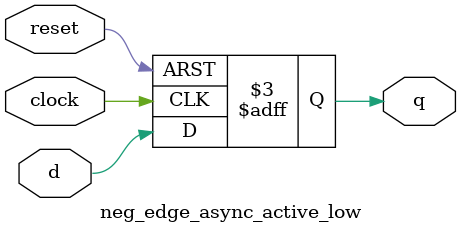
<source format=v>
`timescale 1ns / 1ps
`default_nettype none

module main	(
	input wire CLOCK_50,            //On Board 50 MHz
	input wire [9:0] SW,            // On board Switches
	input wire [3:0] KEY,           // On board push buttons
	output wire [6:0] HEX0,         // HEX displays
	output wire [6:0] HEX1,
	output wire [6:0] HEX2,
	output wire [6:0] HEX3,
	output wire [6:0] HEX4,
	output wire [6:0] HEX5,
	output wire [9:0] LEDR,         // LEDs
	output wire [7:0] x,            // VGA pixel coordinates
	output wire [6:0] y,
	output wire [2:0] colour,       // VGA pixel colour (0-7)
	output wire plot,               // Pixel drawn when this is pulsed
	output wire vga_resetn      	// VGA resets to black when this is pulsed (NOT CURRENTLY AVAILABLE)
);
	top v1(SW, LEDR);

endmodule

// Top module

module top (SW, LEDR); // NOTE: Uncomment the module you wanna use :)
	input[9:0] SW;
	output[9:0] LEDR;

	// Sync modules
	pos_edge_sync_active_high u1 (SW[0], SW[9], SW[1], LEDR[0]);
//	pos_edge_sync_active_low u1 (SW[0], SW[9], SW[1], LEDR[0]);
//	neg_edge_sync_active_high u1 (SW[0], SW[9], SW[1], LEDR[0]);
//	neg_edge_sync_active_low u1 (SW[0], SW[9], SW[1], LEDR[0]);

	// Async modules
//	pos_edge_async_active_high u1 (SW[0], SW[9], SW[1], LEDR[0]);
//	pos_edge_async_active_low u1 (SW[0], SW[9], SW[1], LEDR[0]);
//	neg_edge_async_active_high u1 (SW[0], SW[9], SW[1], LEDR[0]);
//	neg_edge_async_active_low u1 (SW[0], SW[9], SW[1], LEDR[0]);

endmodule


// Sync modules

module pos_edge_sync_active_high(d, clock, reset, q);
    input d, clock, reset;
    output reg q;
    always@(posedge clock) // edge triggered devices
        begin
            if (reset == 1)
                q <= 0; // Non-blocking statements
            else
                q <= d;
        end
endmodule

module pos_edge_sync_active_low(d, clock, reset, q);
    input d, clock, reset;
    output reg q;
    always@(posedge clock) // edge triggered devices
        begin
            if (reset == 0)
                q <= 0; // Non-blocking statements
            else
                q <= d;
        end
endmodule

module neg_edge_sync_active_high(d, clock, reset, q);
    input d, clock, reset;
    output reg q;
    always@(negedge clock) // edge triggered devices
        begin
            if (reset == 1)
                q <= 0; // Non-blocking statements
            else
                q <= d;
        end
endmodule

module neg_edge_sync_active_low(d, clock, reset, q);
    input d, clock, reset;
    output reg q;
    always@(negedge clock) // edge triggered devices
        begin
            if (reset == 0)
                q <= 0; // Non-blocking statements
            else
                q <= d;
        end
endmodule

// Async modules

module pos_edge_async_active_high(d, clock, reset, q);
    input d, clock, reset;
    output reg q;
    always@(posedge clock, posedge reset) // edge triggered devices
        begin
            if (reset == 1)
                q <= 0; // Non-blocking statements
            else
                q <= d;
        end
endmodule

module pos_edge_async_active_low(d, clock, reset, q);
    input d, clock, reset;
    output reg q;
    always@(posedge clock, negedge reset) // edge triggered devices
        begin
            if (reset == 0)
                q <= 0; // Non-blocking statements
            else
                q <= d;
        end
endmodule

module neg_edge_async_active_high(d, clock, reset, q);
    input d, clock, reset;
    output reg q;
    always@(negedge clock, posedge reset) // edge triggered devices
        begin
            if (reset == 1)
                q <= 0; // Non-blocking statements
            else
                q <= d;
        end
endmodule

module neg_edge_async_active_low(d, clock, reset, q);
    input d, clock, reset;
    output reg q;
    always@(negedge clock, negedge reset) // edge triggered devices
        begin
            if (reset == 0)
                q <= 0; // Non-blocking statements
            else
                q <= d;
        end
endmodule

</source>
